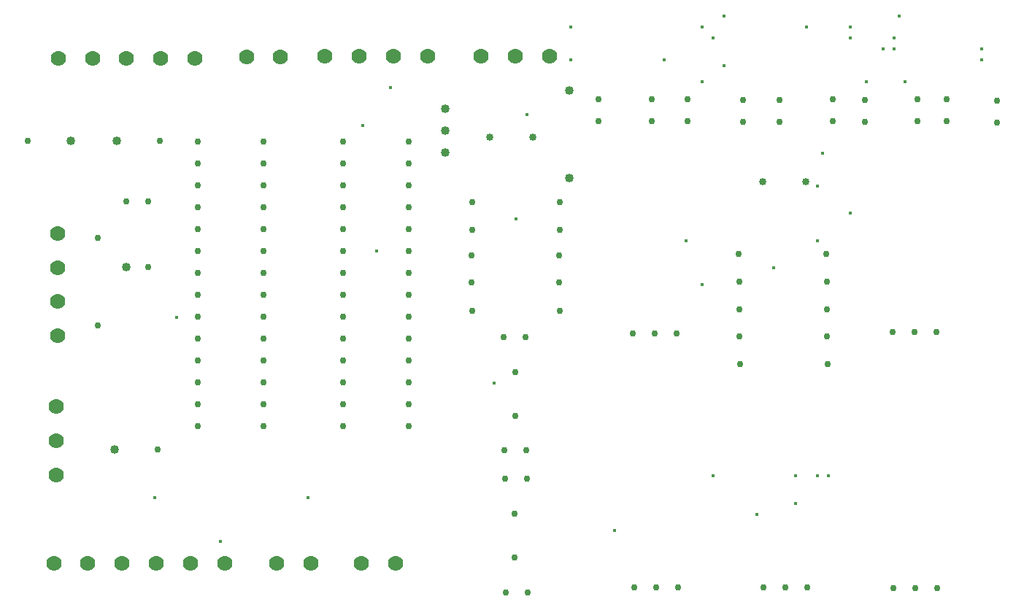
<source format=gbr>
G04 PROTEUS GERBER X2 FILE*
%TF.GenerationSoftware,Labcenter,Proteus,8.9-SP0-Build27865*%
%TF.CreationDate,2020-10-13T12:24:17+00:00*%
%TF.FileFunction,Plated,1,2,PTH*%
%TF.FilePolarity,Positive*%
%TF.Part,Single*%
%TF.SameCoordinates,{eb038a7c-90c0-4424-89c4-d0a3f05e8ce7}*%
%FSLAX45Y45*%
%MOMM*%
G01*
%TA.AperFunction,ViaDrill*%
%ADD77C,0.381000*%
%TA.AperFunction,ComponentDrill*%
%ADD78C,1.778000*%
%TA.AperFunction,ComponentDrill*%
%ADD79C,0.850000*%
%ADD80C,0.762000*%
%TA.AperFunction,ComponentDrill*%
%ADD81C,1.016000*%
%TD.AperFunction*%
D77*
X+1397000Y+7239000D03*
X+4381500Y+7302500D03*
X-4445000Y+1714500D03*
X+1143000Y+4699000D03*
X+2603500Y+2476500D03*
X+2476500Y+2476500D03*
X+2222500Y+2476500D03*
X+2222500Y+2159000D03*
X+1143000Y+7048500D03*
X-889000Y+6667500D03*
X-2476500Y+6985000D03*
X+2857500Y+5524500D03*
X-1016000Y+5461000D03*
X+3365500Y+7429500D03*
X+2476500Y+5842000D03*
X+2476500Y+5207000D03*
X+952500Y+5207000D03*
X+4381500Y+7429500D03*
X+3429000Y+7810500D03*
X+1397000Y+7810500D03*
X+3492500Y+7048500D03*
X-1270000Y+3556000D03*
X+698500Y+7302500D03*
X-381000Y+7302500D03*
X-381000Y+7683500D03*
X+127000Y+1841500D03*
X+1968500Y+4889500D03*
X+3048000Y+7048500D03*
X-3429000Y+2222500D03*
X-5207000Y+2222500D03*
X+1270000Y+2476500D03*
X+2349500Y+7683500D03*
X+1143000Y+7683500D03*
X+2540000Y+6223000D03*
X+3238500Y+7429500D03*
X+1778000Y+2032000D03*
X+2857500Y+7683500D03*
X+3365500Y+7556500D03*
X+2857500Y+7556500D03*
X+1270000Y+7556500D03*
X-4953000Y+4318000D03*
X-2794000Y+6540500D03*
X-2636520Y+5087620D03*
D78*
X-6329680Y+7322820D03*
X-5933440Y+7322820D03*
X-5537200Y+7322820D03*
X-5140960Y+7322820D03*
X-4744720Y+7322820D03*
X-3235960Y+7345680D03*
X-2839720Y+7345680D03*
X-2443480Y+7345680D03*
X-2047240Y+7345680D03*
X-4147820Y+7335520D03*
X-3751580Y+7335520D03*
X-4401820Y+1463040D03*
X-4798060Y+1463040D03*
X-5194300Y+1463040D03*
X-5590540Y+1463040D03*
X-5986780Y+1463040D03*
X-6383020Y+1463040D03*
X-3401060Y+1465580D03*
X-3797300Y+1465580D03*
X-2415540Y+1463040D03*
X-2811780Y+1463040D03*
X-6350000Y+2489200D03*
X-6350000Y+2885440D03*
X-6350000Y+3281680D03*
D79*
X+1838960Y+5887720D03*
X+2338960Y+5887720D03*
D80*
X-63500Y+6850380D03*
X-63500Y+6596380D03*
X+972820Y+6847840D03*
X+972820Y+6593840D03*
X+2037080Y+6586220D03*
X+2037080Y+6840220D03*
X+3027680Y+6842760D03*
X+3027680Y+6588760D03*
X+3977640Y+6591300D03*
X+3977640Y+6845300D03*
X+335280Y+4132580D03*
X+589280Y+4132580D03*
X+843280Y+4132580D03*
X+3860800Y+4147820D03*
X+3606800Y+4147820D03*
X+3352800Y+4147820D03*
X+350520Y+1181100D03*
X+604520Y+1181100D03*
X+858520Y+1181100D03*
X+1849120Y+1181100D03*
X+2103120Y+1181100D03*
X+2357120Y+1181100D03*
X+3868420Y+1173480D03*
X+3614420Y+1173480D03*
X+3360420Y+1173480D03*
X-1526540Y+5656580D03*
X-510540Y+5656580D03*
X-1529080Y+5334000D03*
X-513080Y+5334000D03*
X-1534160Y+5031740D03*
X-518160Y+5031740D03*
X-1536700Y+4719320D03*
X-520700Y+4719320D03*
X-1531620Y+4394200D03*
X-515620Y+4394200D03*
X+558800Y+6850380D03*
X+558800Y+6596380D03*
X+1615440Y+6588760D03*
X+1615440Y+6842760D03*
X+2656840Y+6591300D03*
X+2656840Y+6845300D03*
X+3637280Y+6591300D03*
X+3637280Y+6845300D03*
X+4556760Y+6576060D03*
X+4556760Y+6830060D03*
X+1564640Y+5049520D03*
X+2580640Y+5049520D03*
X+2585720Y+4729480D03*
X+1569720Y+4729480D03*
X+1572260Y+4411980D03*
X+2588260Y+4411980D03*
X+1572260Y+4097020D03*
X+2588260Y+4097020D03*
X+1577340Y+3771900D03*
X+2593340Y+3771900D03*
X-3022600Y+6360160D03*
X-3022600Y+6106160D03*
X-3022600Y+5852160D03*
X-3022600Y+5598160D03*
X-3022600Y+5344160D03*
X-3022600Y+5090160D03*
X-3022600Y+4836160D03*
X-3022600Y+4582160D03*
X-3022600Y+4328160D03*
X-3022600Y+4074160D03*
X-3022600Y+3820160D03*
X-3022600Y+3566160D03*
X-3022600Y+3312160D03*
X-3022600Y+3058160D03*
X-2260600Y+3058160D03*
X-2260600Y+3312160D03*
X-2260600Y+3566160D03*
X-2260600Y+3820160D03*
X-2260600Y+4074160D03*
X-2260600Y+4328160D03*
X-2260600Y+4582160D03*
X-2260600Y+4836160D03*
X-2260600Y+5090160D03*
X-2260600Y+5344160D03*
X-2260600Y+5598160D03*
X-2260600Y+5852160D03*
X-2260600Y+6106160D03*
X-2260600Y+6358160D03*
X-1031240Y+3680460D03*
X-1031240Y+3172460D03*
X-911860Y+4084320D03*
X-1165860Y+4084320D03*
X-901700Y+2771140D03*
X-1155700Y+2771140D03*
X-4714240Y+6354540D03*
X-4714240Y+6100540D03*
X-4714240Y+5846540D03*
X-4714240Y+5592540D03*
X-4714240Y+5338540D03*
X-4714240Y+5084540D03*
X-4714240Y+4830540D03*
X-4714240Y+4576540D03*
X-4714240Y+4322540D03*
X-4714240Y+4068540D03*
X-4714240Y+3814540D03*
X-4714240Y+3560540D03*
X-4714240Y+3306540D03*
X-4714240Y+3052540D03*
X-3952240Y+3052540D03*
X-3952240Y+3306540D03*
X-3952240Y+3560540D03*
X-3952240Y+3814540D03*
X-3952240Y+4068540D03*
X-3952240Y+4322540D03*
X-3952240Y+4576540D03*
X-3952240Y+4830540D03*
X-3952240Y+5084540D03*
X-3952240Y+5338540D03*
X-3952240Y+5592540D03*
X-3952240Y+5846540D03*
X-3952240Y+6100540D03*
X-3952240Y+6352540D03*
X-1033780Y+2034540D03*
X-1033780Y+1526540D03*
X-891540Y+2446020D03*
X-1145540Y+2446020D03*
X-886460Y+1127760D03*
X-1140460Y+1127760D03*
D81*
X-5539740Y+4902200D03*
D80*
X-5285740Y+4902200D03*
X-5285740Y+5664200D03*
X-5539740Y+5664200D03*
X-5872480Y+4224020D03*
X-5872480Y+5240020D03*
D78*
X-1422400Y+7348220D03*
X-1026160Y+7348220D03*
X-629920Y+7348220D03*
D81*
X-1844040Y+6736080D03*
X-1844040Y+6482080D03*
X-1844040Y+6228080D03*
X-398780Y+5930900D03*
X-398780Y+6946900D03*
D79*
X-1321880Y+6405880D03*
X-821880Y+6405880D03*
D81*
X-5673980Y+2783840D03*
D80*
X-5173980Y+2783840D03*
D81*
X-6184900Y+6365240D03*
D80*
X-6684900Y+6365240D03*
D81*
X-5653660Y+6365240D03*
D80*
X-5153660Y+6365240D03*
D78*
X-6339840Y+4102100D03*
X-6339840Y+4498340D03*
X-6339840Y+4894580D03*
X-6339840Y+5290820D03*
M02*

</source>
